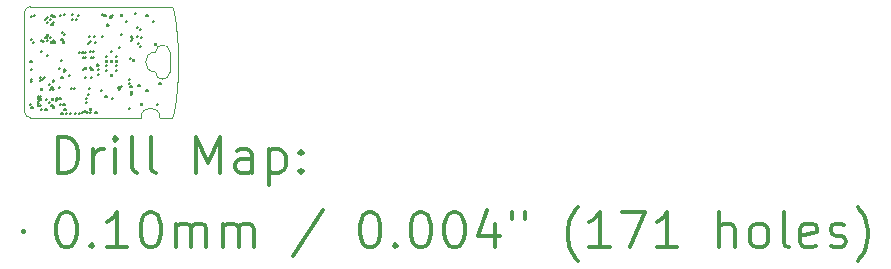
<source format=gbr>
%FSLAX45Y45*%
G04 Gerber Fmt 4.5, Leading zero omitted, Abs format (unit mm)*
G04 Created by KiCad (PCBNEW (5.0.0)) date 11/20/18 23:38:03*
%MOMM*%
%LPD*%
G01*
G04 APERTURE LIST*
%ADD10C,0.010000*%
%ADD11C,0.050000*%
%ADD12C,0.200000*%
%ADD13C,0.300000*%
G04 APERTURE END LIST*
D10*
X2932500Y-2265000D02*
G75*
G02X2812500Y-2265000I-60000J0D01*
G01*
X2932500Y-2095000D02*
G75*
G03X2812500Y-2095000I-60000J0D01*
G01*
X2812500Y-2095000D02*
G75*
G03X2812500Y-2265000I0J-85000D01*
G01*
D11*
X2850000Y-2650000D02*
G75*
G03X2690000Y-2650000I-80000J0D01*
G01*
X2850000Y-2650000D02*
X2952500Y-2650000D01*
D10*
X2932500Y-2095000D02*
X2932500Y-2265000D01*
D11*
X1752500Y-1710000D02*
G75*
G03X1702500Y-1760000I0J-50000D01*
G01*
X1702500Y-2600000D02*
G75*
G03X1752500Y-2650000I50000J0D01*
G01*
X1702500Y-1760000D02*
X1702500Y-2600000D01*
X2952500Y-1710000D02*
X1752500Y-1710000D01*
X1752500Y-2650000D02*
X2690000Y-2650000D01*
X3002500Y-2180000D02*
X3002500Y-2167000D01*
X3002500Y-2167000D02*
X3002500Y-2153000D01*
X3002500Y-2153000D02*
X3002500Y-2140000D01*
X3002500Y-2140000D02*
X3002500Y-2126000D01*
X3002500Y-2126000D02*
X3001500Y-2113000D01*
X3001500Y-2113000D02*
X3001500Y-2099000D01*
X3001500Y-2099000D02*
X3001500Y-2086000D01*
X3001500Y-2086000D02*
X3000500Y-2073000D01*
X3000500Y-2073000D02*
X3000500Y-2059000D01*
X3000500Y-2059000D02*
X2999500Y-2046000D01*
X2999500Y-2046000D02*
X2998500Y-2033000D01*
X2998500Y-2033000D02*
X2998500Y-2020000D01*
X2998500Y-2020000D02*
X2997500Y-2007000D01*
X2997500Y-2007000D02*
X2996500Y-1995000D01*
X2996500Y-1995000D02*
X2995500Y-1982000D01*
X2995500Y-1982000D02*
X2994500Y-1970000D01*
X2994500Y-1970000D02*
X2993500Y-1957000D01*
X2993500Y-1957000D02*
X2992500Y-1945000D01*
X2992500Y-1945000D02*
X2991500Y-1933000D01*
X2991500Y-1933000D02*
X2990500Y-1921000D01*
X2990500Y-1921000D02*
X2989500Y-1909000D01*
X2989500Y-1909000D02*
X2988500Y-1897000D01*
X2988500Y-1897000D02*
X2986500Y-1886000D01*
X2986500Y-1886000D02*
X2985500Y-1874000D01*
X2985500Y-1874000D02*
X2984500Y-1863000D01*
X2984500Y-1863000D02*
X2982500Y-1852000D01*
X2982500Y-1852000D02*
X2981500Y-1842000D01*
X2981500Y-1842000D02*
X2979500Y-1831000D01*
X2979500Y-1831000D02*
X2978500Y-1821000D01*
X2978500Y-1821000D02*
X2976500Y-1811000D01*
X2976500Y-1811000D02*
X2974500Y-1801000D01*
X2974500Y-1801000D02*
X2973500Y-1791000D01*
X2973500Y-1791000D02*
X2971500Y-1782000D01*
X2971500Y-1782000D02*
X2969500Y-1772000D01*
X2969500Y-1772000D02*
X2967500Y-1764000D01*
X2967500Y-1764000D02*
X2965500Y-1755000D01*
X2965500Y-1755000D02*
X2964500Y-1746000D01*
X2964500Y-1746000D02*
X2962500Y-1738000D01*
X2962500Y-1738000D02*
X2960500Y-1730000D01*
X2960500Y-1730000D02*
X2958500Y-1723000D01*
X2958500Y-1723000D02*
X2955500Y-1715000D01*
X2955500Y-1715000D02*
X2952500Y-1710000D01*
X2952500Y-2650000D02*
X2955500Y-2645000D01*
X2955500Y-2645000D02*
X2958500Y-2637000D01*
X2958500Y-2637000D02*
X2960500Y-2630000D01*
X2960500Y-2630000D02*
X2962500Y-2622000D01*
X2962500Y-2622000D02*
X2964500Y-2614000D01*
X2964500Y-2614000D02*
X2965500Y-2605000D01*
X2965500Y-2605000D02*
X2967500Y-2596000D01*
X2967500Y-2596000D02*
X2969500Y-2588000D01*
X2969500Y-2588000D02*
X2971500Y-2578000D01*
X2971500Y-2578000D02*
X2973500Y-2569000D01*
X2973500Y-2569000D02*
X2974500Y-2559000D01*
X2974500Y-2559000D02*
X2976500Y-2549000D01*
X2976500Y-2549000D02*
X2978500Y-2539000D01*
X2978500Y-2539000D02*
X2979500Y-2529000D01*
X2979500Y-2529000D02*
X2981500Y-2518000D01*
X2981500Y-2518000D02*
X2982500Y-2508000D01*
X2982500Y-2508000D02*
X2984500Y-2497000D01*
X2984500Y-2497000D02*
X2985500Y-2486000D01*
X2985500Y-2486000D02*
X2986500Y-2474000D01*
X2986500Y-2474000D02*
X2988500Y-2463000D01*
X2988500Y-2463000D02*
X2989500Y-2451000D01*
X2989500Y-2451000D02*
X2990500Y-2439000D01*
X2990500Y-2439000D02*
X2991500Y-2427000D01*
X2991500Y-2427000D02*
X2992500Y-2415000D01*
X2992500Y-2415000D02*
X2993500Y-2403000D01*
X2993500Y-2403000D02*
X2994500Y-2390000D01*
X2994500Y-2390000D02*
X2995500Y-2378000D01*
X2995500Y-2378000D02*
X2996500Y-2365000D01*
X2996500Y-2365000D02*
X2997500Y-2353000D01*
X2997500Y-2353000D02*
X2998500Y-2340000D01*
X2998500Y-2340000D02*
X2998500Y-2327000D01*
X2998500Y-2327000D02*
X2999500Y-2314000D01*
X2999500Y-2314000D02*
X3000500Y-2301000D01*
X3000500Y-2301000D02*
X3000500Y-2287000D01*
X3000500Y-2287000D02*
X3001500Y-2274000D01*
X3001500Y-2274000D02*
X3001500Y-2261000D01*
X3001500Y-2261000D02*
X3001500Y-2247000D01*
X3001500Y-2247000D02*
X3002500Y-2234000D01*
X3002500Y-2234000D02*
X3002500Y-2220000D01*
X3002500Y-2220000D02*
X3002500Y-2207000D01*
X3002500Y-2207000D02*
X3002500Y-2193000D01*
X3002500Y-2193000D02*
X3002500Y-2180000D01*
D12*
X1752000Y-2537500D02*
X1762000Y-2547500D01*
X1762000Y-2537500D02*
X1752000Y-2547500D01*
X1752500Y-2167500D02*
X1762500Y-2177500D01*
X1762500Y-2167500D02*
X1752500Y-2177500D01*
X1757000Y-2321500D02*
X1767000Y-2331500D01*
X1767000Y-2321500D02*
X1757000Y-2331500D01*
X1757500Y-2235000D02*
X1767500Y-2245000D01*
X1767500Y-2235000D02*
X1757500Y-2245000D01*
X1758000Y-2341500D02*
X1768000Y-2351500D01*
X1768000Y-2341500D02*
X1758000Y-2351500D01*
X1759000Y-1789500D02*
X1769000Y-1799500D01*
X1769000Y-1789500D02*
X1759000Y-1799500D01*
X1760000Y-1982500D02*
X1770000Y-1992500D01*
X1770000Y-1982500D02*
X1760000Y-1992500D01*
X1762000Y-2561500D02*
X1772000Y-2571500D01*
X1772000Y-2561500D02*
X1762000Y-2571500D01*
X1775000Y-2010000D02*
X1785000Y-2020000D01*
X1785000Y-2010000D02*
X1775000Y-2020000D01*
X1784000Y-1781500D02*
X1794000Y-1791500D01*
X1794000Y-1781500D02*
X1784000Y-1791500D01*
X1815000Y-2467500D02*
X1825000Y-2477500D01*
X1825000Y-2467500D02*
X1815000Y-2477500D01*
X1815000Y-2486500D02*
X1825000Y-2496500D01*
X1825000Y-2486500D02*
X1815000Y-2496500D01*
X1815000Y-2507500D02*
X1825000Y-2517500D01*
X1825000Y-2507500D02*
X1815000Y-2517500D01*
X1815000Y-2527500D02*
X1825000Y-2537500D01*
X1825000Y-2527500D02*
X1815000Y-2537500D01*
X1815000Y-2545000D02*
X1825000Y-2555000D01*
X1825000Y-2545000D02*
X1815000Y-2555000D01*
X1831000Y-2332500D02*
X1841000Y-2342500D01*
X1841000Y-2332500D02*
X1831000Y-2342500D01*
X1833000Y-2308500D02*
X1843000Y-2318500D01*
X1843000Y-2308500D02*
X1833000Y-2318500D01*
X1835000Y-2467500D02*
X1845000Y-2477500D01*
X1845000Y-2467500D02*
X1835000Y-2477500D01*
X1835000Y-2487500D02*
X1845000Y-2497500D01*
X1845000Y-2487500D02*
X1835000Y-2497500D01*
X1835000Y-2545000D02*
X1845000Y-2555000D01*
X1845000Y-2545000D02*
X1835000Y-2555000D01*
X1840000Y-1995000D02*
X1850000Y-2005000D01*
X1850000Y-1995000D02*
X1840000Y-2005000D01*
X1840000Y-2085500D02*
X1850000Y-2095500D01*
X1850000Y-2085500D02*
X1840000Y-2095500D01*
X1840000Y-2577500D02*
X1850000Y-2587500D01*
X1850000Y-2577500D02*
X1840000Y-2587500D01*
X1841000Y-2403500D02*
X1851000Y-2413500D01*
X1851000Y-2403500D02*
X1841000Y-2413500D01*
X1850000Y-2320000D02*
X1860000Y-2330000D01*
X1860000Y-2320000D02*
X1850000Y-2330000D01*
X1860000Y-2000000D02*
X1870000Y-2010000D01*
X1870000Y-2000000D02*
X1860000Y-2010000D01*
X1869000Y-2302500D02*
X1879000Y-2312500D01*
X1879000Y-2302500D02*
X1869000Y-2312500D01*
X1875000Y-1815000D02*
X1885000Y-1825000D01*
X1885000Y-1815000D02*
X1875000Y-1825000D01*
X1880000Y-1967500D02*
X1890000Y-1977500D01*
X1890000Y-1967500D02*
X1880000Y-1977500D01*
X1880000Y-2577500D02*
X1890000Y-2587500D01*
X1890000Y-2577500D02*
X1880000Y-2587500D01*
X1885000Y-2490000D02*
X1895000Y-2500000D01*
X1895000Y-2490000D02*
X1885000Y-2500000D01*
X1895000Y-1800000D02*
X1905000Y-1810000D01*
X1905000Y-1800000D02*
X1895000Y-1810000D01*
X1895000Y-1840000D02*
X1905000Y-1850000D01*
X1905000Y-1840000D02*
X1895000Y-1850000D01*
X1895000Y-1945000D02*
X1905000Y-1955000D01*
X1905000Y-1945000D02*
X1895000Y-1955000D01*
X1895000Y-1990000D02*
X1905000Y-2000000D01*
X1905000Y-1990000D02*
X1895000Y-2000000D01*
X1895000Y-2122500D02*
X1905000Y-2132500D01*
X1905000Y-2122500D02*
X1895000Y-2132500D01*
X1910000Y-2365000D02*
X1920000Y-2375000D01*
X1920000Y-2365000D02*
X1910000Y-2375000D01*
X1910000Y-2515000D02*
X1920000Y-2525000D01*
X1920000Y-2515000D02*
X1910000Y-2525000D01*
X1915000Y-1815000D02*
X1925000Y-1825000D01*
X1925000Y-1815000D02*
X1915000Y-1825000D01*
X1915000Y-1965000D02*
X1925000Y-1975000D01*
X1925000Y-1965000D02*
X1915000Y-1975000D01*
X1920000Y-2405000D02*
X1930000Y-2415000D01*
X1930000Y-2405000D02*
X1920000Y-2415000D01*
X1925000Y-2005000D02*
X1935000Y-2015000D01*
X1935000Y-2005000D02*
X1925000Y-2015000D01*
X1930000Y-1855000D02*
X1940000Y-1865000D01*
X1940000Y-1855000D02*
X1930000Y-1865000D01*
X1930000Y-2390000D02*
X1940000Y-2400000D01*
X1940000Y-2390000D02*
X1930000Y-2400000D01*
X1930000Y-2540000D02*
X1940000Y-2550000D01*
X1940000Y-2540000D02*
X1930000Y-2550000D01*
X1931000Y-1778500D02*
X1941000Y-1788500D01*
X1941000Y-1778500D02*
X1931000Y-1788500D01*
X1935000Y-2487500D02*
X1945000Y-2497500D01*
X1945000Y-2487500D02*
X1935000Y-2497500D01*
X1940000Y-1995000D02*
X1950000Y-2005000D01*
X1950000Y-1995000D02*
X1940000Y-2005000D01*
X1940000Y-2327500D02*
X1950000Y-2337500D01*
X1950000Y-2327500D02*
X1940000Y-2337500D01*
X1940000Y-2342500D02*
X1950000Y-2352500D01*
X1950000Y-2342500D02*
X1940000Y-2352500D01*
X1945000Y-1840000D02*
X1955000Y-1850000D01*
X1955000Y-1840000D02*
X1945000Y-1850000D01*
X1945000Y-2405000D02*
X1955000Y-2415000D01*
X1955000Y-2405000D02*
X1945000Y-2415000D01*
X1945000Y-2555000D02*
X1955000Y-2565000D01*
X1955000Y-2555000D02*
X1945000Y-2565000D01*
X1948000Y-1786500D02*
X1958000Y-1796500D01*
X1958000Y-1786500D02*
X1948000Y-1796500D01*
X1955000Y-2005000D02*
X1965000Y-2015000D01*
X1965000Y-2005000D02*
X1955000Y-2015000D01*
X1971000Y-2503500D02*
X1981000Y-2513500D01*
X1981000Y-2503500D02*
X1971000Y-2513500D01*
X1973000Y-2485500D02*
X1983000Y-2495500D01*
X1983000Y-2485500D02*
X1973000Y-2495500D01*
X1992500Y-2230000D02*
X2002500Y-2240000D01*
X2002500Y-2230000D02*
X1992500Y-2240000D01*
X1995000Y-2387500D02*
X2005000Y-2397500D01*
X2005000Y-2387500D02*
X1995000Y-2397500D01*
X1998000Y-2483500D02*
X2008000Y-2493500D01*
X2008000Y-2483500D02*
X1998000Y-2493500D01*
X2002500Y-1777500D02*
X2012500Y-1787500D01*
X2012500Y-1777500D02*
X2002500Y-1787500D01*
X2005000Y-2535000D02*
X2015000Y-2545000D01*
X2015000Y-2535000D02*
X2005000Y-2545000D01*
X2012500Y-2160000D02*
X2022500Y-2170000D01*
X2022500Y-2160000D02*
X2012500Y-2170000D01*
X2015000Y-1985000D02*
X2025000Y-1995000D01*
X2025000Y-1985000D02*
X2015000Y-1995000D01*
X2015000Y-2307500D02*
X2025000Y-2317500D01*
X2025000Y-2307500D02*
X2015000Y-2317500D01*
X2015000Y-2610000D02*
X2025000Y-2620000D01*
X2025000Y-2610000D02*
X2015000Y-2620000D01*
X2022500Y-1922500D02*
X2032500Y-1932500D01*
X2032500Y-1922500D02*
X2022500Y-1932500D01*
X2030000Y-2005000D02*
X2040000Y-2015000D01*
X2040000Y-2005000D02*
X2030000Y-2015000D01*
X2032500Y-2535000D02*
X2042500Y-2545000D01*
X2042500Y-2535000D02*
X2032500Y-2545000D01*
X2035000Y-1940000D02*
X2045000Y-1950000D01*
X2045000Y-1940000D02*
X2035000Y-1950000D01*
X2035000Y-2255000D02*
X2045000Y-2265000D01*
X2045000Y-2255000D02*
X2035000Y-2265000D01*
X2037500Y-1772500D02*
X2047500Y-1782500D01*
X2047500Y-1772500D02*
X2037500Y-1782500D01*
X2040000Y-2242500D02*
X2050000Y-2252500D01*
X2050000Y-2242500D02*
X2040000Y-2252500D01*
X2040000Y-2575000D02*
X2050000Y-2585000D01*
X2050000Y-2575000D02*
X2040000Y-2585000D01*
X2050000Y-2610000D02*
X2060000Y-2620000D01*
X2060000Y-2610000D02*
X2050000Y-2620000D01*
X2080000Y-2287500D02*
X2090000Y-2297500D01*
X2090000Y-2287500D02*
X2080000Y-2297500D01*
X2087500Y-2610000D02*
X2097500Y-2620000D01*
X2097500Y-2610000D02*
X2087500Y-2620000D01*
X2098000Y-2400000D02*
X2108000Y-2410000D01*
X2108000Y-2400000D02*
X2098000Y-2410000D01*
X2105000Y-1775000D02*
X2115000Y-1785000D01*
X2115000Y-1775000D02*
X2105000Y-1785000D01*
X2107000Y-1815500D02*
X2117000Y-1825500D01*
X2117000Y-1815500D02*
X2107000Y-1825500D01*
X2123000Y-2400000D02*
X2133000Y-2410000D01*
X2133000Y-2400000D02*
X2123000Y-2410000D01*
X2127500Y-2610000D02*
X2137500Y-2620000D01*
X2137500Y-2610000D02*
X2127500Y-2620000D01*
X2135000Y-1813500D02*
X2145000Y-1823500D01*
X2145000Y-1813500D02*
X2135000Y-1823500D01*
X2152500Y-1782500D02*
X2162500Y-1792500D01*
X2162500Y-1782500D02*
X2152500Y-1792500D01*
X2160000Y-2610000D02*
X2170000Y-2620000D01*
X2170000Y-2610000D02*
X2160000Y-2620000D01*
X2163000Y-2092500D02*
X2173000Y-2102500D01*
X2173000Y-2092500D02*
X2163000Y-2102500D01*
X2189000Y-2598500D02*
X2199000Y-2608500D01*
X2199000Y-2598500D02*
X2189000Y-2608500D01*
X2192500Y-2095000D02*
X2202500Y-2105000D01*
X2202500Y-2095000D02*
X2192500Y-2105000D01*
X2195000Y-2135000D02*
X2205000Y-2145000D01*
X2205000Y-2135000D02*
X2195000Y-2145000D01*
X2200000Y-2237500D02*
X2210000Y-2247500D01*
X2210000Y-2237500D02*
X2200000Y-2247500D01*
X2210000Y-2590000D02*
X2220000Y-2600000D01*
X2220000Y-2590000D02*
X2210000Y-2600000D01*
X2215000Y-2092500D02*
X2225000Y-2102500D01*
X2225000Y-2092500D02*
X2215000Y-2102500D01*
X2215000Y-2135000D02*
X2225000Y-2145000D01*
X2225000Y-2135000D02*
X2215000Y-2145000D01*
X2215000Y-2225000D02*
X2225000Y-2235000D01*
X2225000Y-2225000D02*
X2215000Y-2235000D01*
X2215000Y-2305000D02*
X2225000Y-2315000D01*
X2225000Y-2305000D02*
X2215000Y-2315000D01*
X2220000Y-2485000D02*
X2230000Y-2495000D01*
X2230000Y-2485000D02*
X2220000Y-2495000D01*
X2220000Y-2520000D02*
X2230000Y-2530000D01*
X2230000Y-2520000D02*
X2220000Y-2530000D01*
X2229000Y-2598500D02*
X2239000Y-2608500D01*
X2239000Y-2598500D02*
X2229000Y-2608500D01*
X2238000Y-2014500D02*
X2248000Y-2024500D01*
X2248000Y-2014500D02*
X2238000Y-2024500D01*
X2240000Y-2450000D02*
X2250000Y-2460000D01*
X2250000Y-2450000D02*
X2240000Y-2460000D01*
X2250000Y-1960500D02*
X2260000Y-1970500D01*
X2260000Y-1960500D02*
X2250000Y-1970500D01*
X2250000Y-2400000D02*
X2260000Y-2410000D01*
X2260000Y-2400000D02*
X2250000Y-2410000D01*
X2255000Y-2087500D02*
X2265000Y-2097500D01*
X2265000Y-2087500D02*
X2255000Y-2097500D01*
X2255000Y-2222500D02*
X2265000Y-2232500D01*
X2265000Y-2222500D02*
X2255000Y-2232500D01*
X2257500Y-2572500D02*
X2267500Y-2582500D01*
X2267500Y-2572500D02*
X2257500Y-2582500D01*
X2260000Y-1998500D02*
X2270000Y-2008500D01*
X2270000Y-1998500D02*
X2260000Y-2008500D01*
X2260000Y-2602500D02*
X2270000Y-2612500D01*
X2270000Y-2602500D02*
X2260000Y-2612500D01*
X2265000Y-2135000D02*
X2275000Y-2145000D01*
X2275000Y-2135000D02*
X2265000Y-2145000D01*
X2265000Y-2307500D02*
X2275000Y-2317500D01*
X2275000Y-2307500D02*
X2265000Y-2317500D01*
X2270000Y-2237500D02*
X2280000Y-2247500D01*
X2280000Y-2237500D02*
X2270000Y-2247500D01*
X2285000Y-2087500D02*
X2295000Y-2097500D01*
X2295000Y-2087500D02*
X2285000Y-2097500D01*
X2285000Y-2135000D02*
X2295000Y-2145000D01*
X2295000Y-2135000D02*
X2285000Y-2145000D01*
X2287000Y-1957500D02*
X2297000Y-1967500D01*
X2297000Y-1957500D02*
X2287000Y-1967500D01*
X2301000Y-2009500D02*
X2311000Y-2019500D01*
X2311000Y-2009500D02*
X2301000Y-2019500D01*
X2302500Y-2602500D02*
X2312500Y-2612500D01*
X2312500Y-2602500D02*
X2302500Y-2612500D01*
X2320356Y-2200356D02*
X2330356Y-2210356D01*
X2330356Y-2200356D02*
X2320356Y-2210356D01*
X2325000Y-2237500D02*
X2335000Y-2247500D01*
X2335000Y-2237500D02*
X2325000Y-2247500D01*
X2325000Y-2277500D02*
X2335000Y-2287500D01*
X2335000Y-2277500D02*
X2325000Y-2287500D01*
X2350000Y-2412500D02*
X2360000Y-2422500D01*
X2360000Y-2412500D02*
X2350000Y-2422500D01*
X2357000Y-1958500D02*
X2367000Y-1968500D01*
X2367000Y-1958500D02*
X2357000Y-1968500D01*
X2358000Y-1769500D02*
X2368000Y-1779500D01*
X2368000Y-1769500D02*
X2358000Y-1779500D01*
X2379000Y-1782500D02*
X2389000Y-1792500D01*
X2389000Y-1782500D02*
X2379000Y-1792500D01*
X2387500Y-2465000D02*
X2397500Y-2475000D01*
X2397500Y-2465000D02*
X2387500Y-2475000D01*
X2395000Y-2125000D02*
X2405000Y-2135000D01*
X2405000Y-2125000D02*
X2395000Y-2135000D01*
X2395000Y-2165000D02*
X2405000Y-2175000D01*
X2405000Y-2165000D02*
X2395000Y-2175000D01*
X2395000Y-2205000D02*
X2405000Y-2215000D01*
X2405000Y-2205000D02*
X2395000Y-2215000D01*
X2395000Y-2245000D02*
X2405000Y-2255000D01*
X2405000Y-2245000D02*
X2395000Y-2255000D01*
X2405000Y-1861500D02*
X2415000Y-1871500D01*
X2415000Y-1861500D02*
X2405000Y-1871500D01*
X2430000Y-1792500D02*
X2440000Y-1802500D01*
X2440000Y-1792500D02*
X2430000Y-1802500D01*
X2435000Y-2085000D02*
X2445000Y-2095000D01*
X2445000Y-2085000D02*
X2435000Y-2095000D01*
X2435000Y-2165000D02*
X2445000Y-2175000D01*
X2445000Y-2165000D02*
X2435000Y-2175000D01*
X2435000Y-2285000D02*
X2445000Y-2295000D01*
X2445000Y-2285000D02*
X2435000Y-2295000D01*
X2440000Y-1780000D02*
X2450000Y-1790000D01*
X2450000Y-1780000D02*
X2440000Y-1790000D01*
X2445000Y-2482500D02*
X2455000Y-2492500D01*
X2455000Y-2482500D02*
X2445000Y-2492500D01*
X2474751Y-2124875D02*
X2484751Y-2134875D01*
X2484751Y-2124875D02*
X2474751Y-2134875D01*
X2475000Y-2165000D02*
X2485000Y-2175000D01*
X2485000Y-2165000D02*
X2475000Y-2175000D01*
X2475000Y-2205000D02*
X2485000Y-2215000D01*
X2485000Y-2205000D02*
X2475000Y-2215000D01*
X2475000Y-2245000D02*
X2485000Y-2255000D01*
X2485000Y-2245000D02*
X2475000Y-2255000D01*
X2497500Y-2387500D02*
X2507500Y-2397500D01*
X2507500Y-2387500D02*
X2497500Y-2397500D01*
X2505000Y-2053500D02*
X2515000Y-2063500D01*
X2515000Y-2053500D02*
X2505000Y-2063500D01*
X2505000Y-2405000D02*
X2515000Y-2415000D01*
X2515000Y-2405000D02*
X2505000Y-2415000D01*
X2517500Y-2385000D02*
X2527500Y-2395000D01*
X2527500Y-2385000D02*
X2517500Y-2395000D01*
X2519000Y-1942500D02*
X2529000Y-1952500D01*
X2529000Y-1942500D02*
X2519000Y-1952500D01*
X2520000Y-1776500D02*
X2530000Y-1786500D01*
X2530000Y-1776500D02*
X2520000Y-1786500D01*
X2558000Y-1829500D02*
X2568000Y-1839500D01*
X2568000Y-1829500D02*
X2558000Y-1839500D01*
X2585000Y-2357500D02*
X2595000Y-2367500D01*
X2595000Y-2357500D02*
X2585000Y-2367500D01*
X2588000Y-2323500D02*
X2598000Y-2333500D01*
X2598000Y-2323500D02*
X2588000Y-2333500D01*
X2588671Y-2566671D02*
X2598671Y-2576671D01*
X2598671Y-2566671D02*
X2588671Y-2576671D01*
X2597500Y-2145000D02*
X2607500Y-2155000D01*
X2607500Y-2145000D02*
X2597500Y-2155000D01*
X2600000Y-2382500D02*
X2610000Y-2392500D01*
X2610000Y-2382500D02*
X2600000Y-2392500D01*
X2602500Y-2427500D02*
X2612500Y-2437500D01*
X2612500Y-2427500D02*
X2602500Y-2437500D01*
X2605000Y-1990500D02*
X2615000Y-2000500D01*
X2615000Y-1990500D02*
X2605000Y-2000500D01*
X2605000Y-2450000D02*
X2615000Y-2460000D01*
X2615000Y-2450000D02*
X2605000Y-2460000D01*
X2607000Y-1956500D02*
X2617000Y-1966500D01*
X2617000Y-1956500D02*
X2607000Y-1966500D01*
X2614000Y-1973500D02*
X2624000Y-1983500D01*
X2624000Y-1973500D02*
X2614000Y-1983500D01*
X2622500Y-2157500D02*
X2632500Y-2167500D01*
X2632500Y-2157500D02*
X2622500Y-2167500D01*
X2635000Y-1762500D02*
X2645000Y-1772500D01*
X2645000Y-1762500D02*
X2635000Y-1772500D01*
X2655000Y-1880000D02*
X2665000Y-1890000D01*
X2665000Y-1880000D02*
X2655000Y-1890000D01*
X2655000Y-1955000D02*
X2665000Y-1965000D01*
X2665000Y-1955000D02*
X2655000Y-1965000D01*
X2666000Y-2019500D02*
X2676000Y-2029500D01*
X2676000Y-2019500D02*
X2666000Y-2029500D01*
X2667500Y-2375000D02*
X2677500Y-2385000D01*
X2677500Y-2375000D02*
X2667500Y-2385000D01*
X2680000Y-1900000D02*
X2690000Y-1910000D01*
X2690000Y-1900000D02*
X2680000Y-1910000D01*
X2680000Y-2045000D02*
X2690000Y-2055000D01*
X2690000Y-2045000D02*
X2680000Y-2055000D01*
X2685000Y-1970000D02*
X2695000Y-1980000D01*
X2695000Y-1970000D02*
X2685000Y-1980000D01*
X2685000Y-2530000D02*
X2695000Y-2540000D01*
X2695000Y-2530000D02*
X2685000Y-2540000D01*
X2735000Y-1777500D02*
X2745000Y-1787500D01*
X2745000Y-1777500D02*
X2735000Y-1787500D01*
X2735000Y-2412500D02*
X2745000Y-2422500D01*
X2745000Y-2412500D02*
X2735000Y-2422500D01*
X2792500Y-1830000D02*
X2802500Y-1840000D01*
X2802500Y-1830000D02*
X2792500Y-1840000D01*
X2805000Y-2022500D02*
X2815000Y-2032500D01*
X2815000Y-2022500D02*
X2805000Y-2032500D01*
X2827000Y-2531500D02*
X2837000Y-2541500D01*
X2837000Y-2531500D02*
X2827000Y-2541500D01*
X2845000Y-2357500D02*
X2855000Y-2367500D01*
X2855000Y-2357500D02*
X2845000Y-2367500D01*
D13*
X1986428Y-3118214D02*
X1986428Y-2818214D01*
X2057857Y-2818214D01*
X2100714Y-2832500D01*
X2129286Y-2861071D01*
X2143571Y-2889643D01*
X2157857Y-2946786D01*
X2157857Y-2989643D01*
X2143571Y-3046786D01*
X2129286Y-3075357D01*
X2100714Y-3103929D01*
X2057857Y-3118214D01*
X1986428Y-3118214D01*
X2286428Y-3118214D02*
X2286428Y-2918214D01*
X2286428Y-2975357D02*
X2300714Y-2946786D01*
X2315000Y-2932500D01*
X2343571Y-2918214D01*
X2372143Y-2918214D01*
X2472143Y-3118214D02*
X2472143Y-2918214D01*
X2472143Y-2818214D02*
X2457857Y-2832500D01*
X2472143Y-2846786D01*
X2486428Y-2832500D01*
X2472143Y-2818214D01*
X2472143Y-2846786D01*
X2657857Y-3118214D02*
X2629286Y-3103929D01*
X2615000Y-3075357D01*
X2615000Y-2818214D01*
X2815000Y-3118214D02*
X2786428Y-3103929D01*
X2772143Y-3075357D01*
X2772143Y-2818214D01*
X3157857Y-3118214D02*
X3157857Y-2818214D01*
X3257857Y-3032500D01*
X3357857Y-2818214D01*
X3357857Y-3118214D01*
X3629286Y-3118214D02*
X3629286Y-2961071D01*
X3615000Y-2932500D01*
X3586428Y-2918214D01*
X3529286Y-2918214D01*
X3500714Y-2932500D01*
X3629286Y-3103929D02*
X3600714Y-3118214D01*
X3529286Y-3118214D01*
X3500714Y-3103929D01*
X3486428Y-3075357D01*
X3486428Y-3046786D01*
X3500714Y-3018214D01*
X3529286Y-3003929D01*
X3600714Y-3003929D01*
X3629286Y-2989643D01*
X3772143Y-2918214D02*
X3772143Y-3218214D01*
X3772143Y-2932500D02*
X3800714Y-2918214D01*
X3857857Y-2918214D01*
X3886428Y-2932500D01*
X3900714Y-2946786D01*
X3915000Y-2975357D01*
X3915000Y-3061071D01*
X3900714Y-3089643D01*
X3886428Y-3103929D01*
X3857857Y-3118214D01*
X3800714Y-3118214D01*
X3772143Y-3103929D01*
X4043571Y-3089643D02*
X4057857Y-3103929D01*
X4043571Y-3118214D01*
X4029286Y-3103929D01*
X4043571Y-3089643D01*
X4043571Y-3118214D01*
X4043571Y-2932500D02*
X4057857Y-2946786D01*
X4043571Y-2961071D01*
X4029286Y-2946786D01*
X4043571Y-2932500D01*
X4043571Y-2961071D01*
X1690000Y-3607500D02*
X1700000Y-3617500D01*
X1700000Y-3607500D02*
X1690000Y-3617500D01*
X2043571Y-3448214D02*
X2072143Y-3448214D01*
X2100714Y-3462500D01*
X2115000Y-3476786D01*
X2129286Y-3505357D01*
X2143571Y-3562500D01*
X2143571Y-3633929D01*
X2129286Y-3691071D01*
X2115000Y-3719643D01*
X2100714Y-3733929D01*
X2072143Y-3748214D01*
X2043571Y-3748214D01*
X2015000Y-3733929D01*
X2000714Y-3719643D01*
X1986428Y-3691071D01*
X1972143Y-3633929D01*
X1972143Y-3562500D01*
X1986428Y-3505357D01*
X2000714Y-3476786D01*
X2015000Y-3462500D01*
X2043571Y-3448214D01*
X2272143Y-3719643D02*
X2286428Y-3733929D01*
X2272143Y-3748214D01*
X2257857Y-3733929D01*
X2272143Y-3719643D01*
X2272143Y-3748214D01*
X2572143Y-3748214D02*
X2400714Y-3748214D01*
X2486428Y-3748214D02*
X2486428Y-3448214D01*
X2457857Y-3491071D01*
X2429286Y-3519643D01*
X2400714Y-3533929D01*
X2757857Y-3448214D02*
X2786428Y-3448214D01*
X2815000Y-3462500D01*
X2829286Y-3476786D01*
X2843571Y-3505357D01*
X2857857Y-3562500D01*
X2857857Y-3633929D01*
X2843571Y-3691071D01*
X2829286Y-3719643D01*
X2815000Y-3733929D01*
X2786428Y-3748214D01*
X2757857Y-3748214D01*
X2729286Y-3733929D01*
X2715000Y-3719643D01*
X2700714Y-3691071D01*
X2686428Y-3633929D01*
X2686428Y-3562500D01*
X2700714Y-3505357D01*
X2715000Y-3476786D01*
X2729286Y-3462500D01*
X2757857Y-3448214D01*
X2986428Y-3748214D02*
X2986428Y-3548214D01*
X2986428Y-3576786D02*
X3000714Y-3562500D01*
X3029286Y-3548214D01*
X3072143Y-3548214D01*
X3100714Y-3562500D01*
X3115000Y-3591071D01*
X3115000Y-3748214D01*
X3115000Y-3591071D02*
X3129286Y-3562500D01*
X3157857Y-3548214D01*
X3200714Y-3548214D01*
X3229286Y-3562500D01*
X3243571Y-3591071D01*
X3243571Y-3748214D01*
X3386428Y-3748214D02*
X3386428Y-3548214D01*
X3386428Y-3576786D02*
X3400714Y-3562500D01*
X3429286Y-3548214D01*
X3472143Y-3548214D01*
X3500714Y-3562500D01*
X3515000Y-3591071D01*
X3515000Y-3748214D01*
X3515000Y-3591071D02*
X3529286Y-3562500D01*
X3557857Y-3548214D01*
X3600714Y-3548214D01*
X3629286Y-3562500D01*
X3643571Y-3591071D01*
X3643571Y-3748214D01*
X4229286Y-3433929D02*
X3972143Y-3819643D01*
X4615000Y-3448214D02*
X4643571Y-3448214D01*
X4672143Y-3462500D01*
X4686428Y-3476786D01*
X4700714Y-3505357D01*
X4715000Y-3562500D01*
X4715000Y-3633929D01*
X4700714Y-3691071D01*
X4686428Y-3719643D01*
X4672143Y-3733929D01*
X4643571Y-3748214D01*
X4615000Y-3748214D01*
X4586428Y-3733929D01*
X4572143Y-3719643D01*
X4557857Y-3691071D01*
X4543571Y-3633929D01*
X4543571Y-3562500D01*
X4557857Y-3505357D01*
X4572143Y-3476786D01*
X4586428Y-3462500D01*
X4615000Y-3448214D01*
X4843571Y-3719643D02*
X4857857Y-3733929D01*
X4843571Y-3748214D01*
X4829286Y-3733929D01*
X4843571Y-3719643D01*
X4843571Y-3748214D01*
X5043571Y-3448214D02*
X5072143Y-3448214D01*
X5100714Y-3462500D01*
X5115000Y-3476786D01*
X5129286Y-3505357D01*
X5143571Y-3562500D01*
X5143571Y-3633929D01*
X5129286Y-3691071D01*
X5115000Y-3719643D01*
X5100714Y-3733929D01*
X5072143Y-3748214D01*
X5043571Y-3748214D01*
X5015000Y-3733929D01*
X5000714Y-3719643D01*
X4986428Y-3691071D01*
X4972143Y-3633929D01*
X4972143Y-3562500D01*
X4986428Y-3505357D01*
X5000714Y-3476786D01*
X5015000Y-3462500D01*
X5043571Y-3448214D01*
X5329286Y-3448214D02*
X5357857Y-3448214D01*
X5386428Y-3462500D01*
X5400714Y-3476786D01*
X5415000Y-3505357D01*
X5429286Y-3562500D01*
X5429286Y-3633929D01*
X5415000Y-3691071D01*
X5400714Y-3719643D01*
X5386428Y-3733929D01*
X5357857Y-3748214D01*
X5329286Y-3748214D01*
X5300714Y-3733929D01*
X5286428Y-3719643D01*
X5272143Y-3691071D01*
X5257857Y-3633929D01*
X5257857Y-3562500D01*
X5272143Y-3505357D01*
X5286428Y-3476786D01*
X5300714Y-3462500D01*
X5329286Y-3448214D01*
X5686428Y-3548214D02*
X5686428Y-3748214D01*
X5615000Y-3433929D02*
X5543571Y-3648214D01*
X5729286Y-3648214D01*
X5829286Y-3448214D02*
X5829286Y-3505357D01*
X5943571Y-3448214D02*
X5943571Y-3505357D01*
X6386428Y-3862500D02*
X6372143Y-3848214D01*
X6343571Y-3805357D01*
X6329286Y-3776786D01*
X6315000Y-3733929D01*
X6300714Y-3662500D01*
X6300714Y-3605357D01*
X6315000Y-3533929D01*
X6329286Y-3491071D01*
X6343571Y-3462500D01*
X6372143Y-3419643D01*
X6386428Y-3405357D01*
X6657857Y-3748214D02*
X6486428Y-3748214D01*
X6572143Y-3748214D02*
X6572143Y-3448214D01*
X6543571Y-3491071D01*
X6515000Y-3519643D01*
X6486428Y-3533929D01*
X6757857Y-3448214D02*
X6957857Y-3448214D01*
X6829286Y-3748214D01*
X7229286Y-3748214D02*
X7057857Y-3748214D01*
X7143571Y-3748214D02*
X7143571Y-3448214D01*
X7115000Y-3491071D01*
X7086428Y-3519643D01*
X7057857Y-3533929D01*
X7586428Y-3748214D02*
X7586428Y-3448214D01*
X7715000Y-3748214D02*
X7715000Y-3591071D01*
X7700714Y-3562500D01*
X7672143Y-3548214D01*
X7629286Y-3548214D01*
X7600714Y-3562500D01*
X7586428Y-3576786D01*
X7900714Y-3748214D02*
X7872143Y-3733929D01*
X7857857Y-3719643D01*
X7843571Y-3691071D01*
X7843571Y-3605357D01*
X7857857Y-3576786D01*
X7872143Y-3562500D01*
X7900714Y-3548214D01*
X7943571Y-3548214D01*
X7972143Y-3562500D01*
X7986428Y-3576786D01*
X8000714Y-3605357D01*
X8000714Y-3691071D01*
X7986428Y-3719643D01*
X7972143Y-3733929D01*
X7943571Y-3748214D01*
X7900714Y-3748214D01*
X8172143Y-3748214D02*
X8143571Y-3733929D01*
X8129286Y-3705357D01*
X8129286Y-3448214D01*
X8400714Y-3733929D02*
X8372143Y-3748214D01*
X8315000Y-3748214D01*
X8286428Y-3733929D01*
X8272143Y-3705357D01*
X8272143Y-3591071D01*
X8286428Y-3562500D01*
X8315000Y-3548214D01*
X8372143Y-3548214D01*
X8400714Y-3562500D01*
X8415000Y-3591071D01*
X8415000Y-3619643D01*
X8272143Y-3648214D01*
X8529286Y-3733929D02*
X8557857Y-3748214D01*
X8615000Y-3748214D01*
X8643571Y-3733929D01*
X8657857Y-3705357D01*
X8657857Y-3691071D01*
X8643571Y-3662500D01*
X8615000Y-3648214D01*
X8572143Y-3648214D01*
X8543571Y-3633929D01*
X8529286Y-3605357D01*
X8529286Y-3591071D01*
X8543571Y-3562500D01*
X8572143Y-3548214D01*
X8615000Y-3548214D01*
X8643571Y-3562500D01*
X8757857Y-3862500D02*
X8772143Y-3848214D01*
X8800714Y-3805357D01*
X8815000Y-3776786D01*
X8829286Y-3733929D01*
X8843571Y-3662500D01*
X8843571Y-3605357D01*
X8829286Y-3533929D01*
X8815000Y-3491071D01*
X8800714Y-3462500D01*
X8772143Y-3419643D01*
X8757857Y-3405357D01*
M02*

</source>
